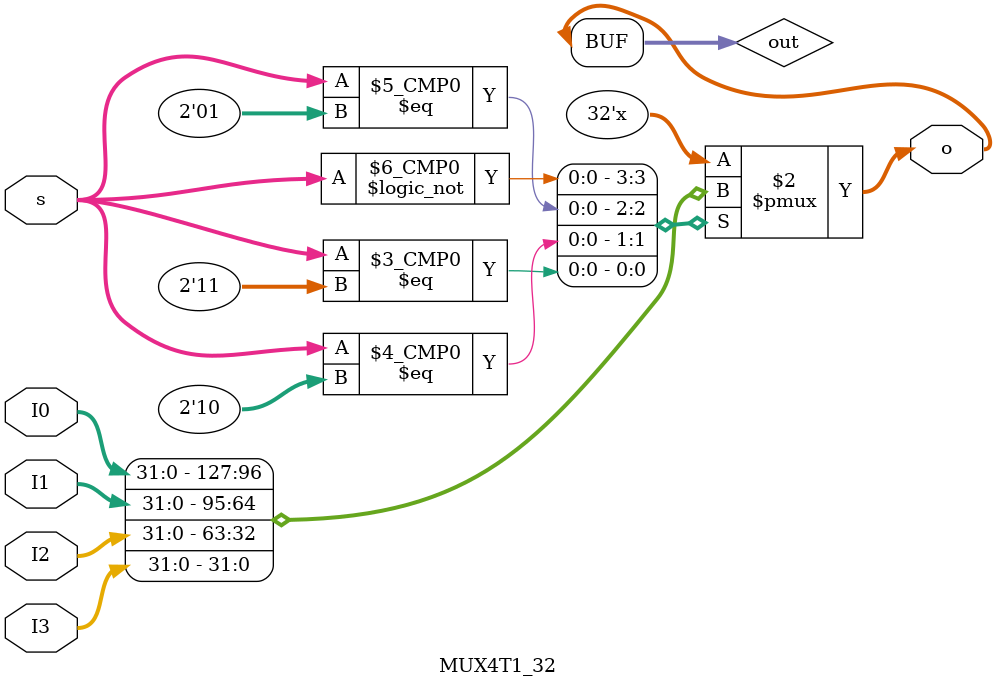
<source format=v>
module MUX4T1_32(
    input wire [1:0] s,
    input wire [31:0] I0,
    input wire [31:0] I1,
    input wire [31:0] I2,
    input wire [31:0] I3,
    output wire [31:0] o   
);

reg [31:0] out;
always@(*) begin
    case(s)
    2'b00: out <= I0;
    2'b01: out <= I1;
    2'b10: out <= I2;
    2'b11: out <= I3;
endcase
end

assign o = out;
endmodule
</source>
